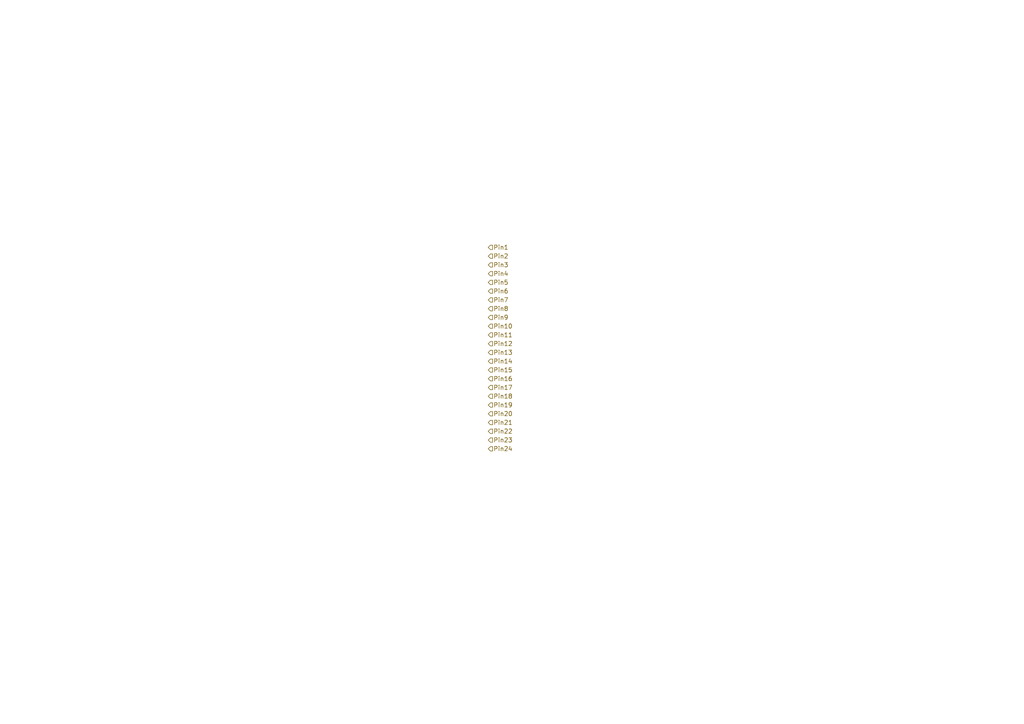
<source format=kicad_sch>
(kicad_sch (version 20211123) (generator eeschema)
  (paper "A4")
  (lib_symbols)
  (hierarchical_label "Pin20" (shape input) (at 141.605 120.015 0))
  (hierarchical_label "Pin14" (shape input) (at 141.605 104.775 0))
  (hierarchical_label "Pin17" (shape input) (at 141.605 112.395 0))
  (hierarchical_label "Pin19" (shape input) (at 141.605 117.475 0))
  (hierarchical_label "Pin5" (shape input) (at 141.605 81.915 0))
  (hierarchical_label "Pin2" (shape input) (at 141.605 74.295 0))
  (hierarchical_label "Pin7" (shape input) (at 141.605 86.995 0))
  (hierarchical_label "Pin3" (shape input) (at 141.605 76.835 0))
  (hierarchical_label "Pin1" (shape input) (at 141.605 71.755 0))
  (hierarchical_label "Pin6" (shape input) (at 141.605 84.455 0))
  (hierarchical_label "Pin23" (shape input) (at 141.605 127.635 0))
  (hierarchical_label "Pin13" (shape input) (at 141.605 102.235 0))
  (hierarchical_label "Pin8" (shape input) (at 141.605 89.535 0))
  (hierarchical_label "Pin16" (shape input) (at 141.605 109.855 0))
  (hierarchical_label "Pin22" (shape input) (at 141.605 125.095 0))
  (hierarchical_label "Pin11" (shape input) (at 141.605 97.155 0))
  (hierarchical_label "Pin4" (shape input) (at 141.605 79.375 0))
  (hierarchical_label "Pin24" (shape input) (at 141.605 130.175 0))
  (hierarchical_label "Pin9" (shape input) (at 141.605 92.075 0))
  (hierarchical_label "Pin18" (shape input) (at 141.605 114.935 0))
  (hierarchical_label "Pin15" (shape input) (at 141.605 107.315 0))
  (hierarchical_label "Pin12" (shape input) (at 141.605 99.695 0))
  (hierarchical_label "Pin10" (shape input) (at 141.605 94.615 0))
  (hierarchical_label "Pin21" (shape input) (at 141.605 122.555 0))
)
</source>
